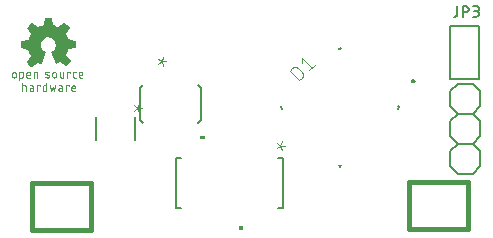
<source format=gbr>
G04 EAGLE Gerber RS-274X export*
G75*
%MOMM*%
%FSLAX34Y34*%
%LPD*%
%INSilkscreen Top*%
%IPPOS*%
%AMOC8*
5,1,8,0,0,1.08239X$1,22.5*%
G01*
%ADD10C,0.050800*%
%ADD11C,0.200000*%
%ADD12C,0.127000*%
%ADD13C,0.152400*%
%ADD14C,0.076200*%
%ADD15C,0.406400*%
%ADD16C,0.203200*%
%ADD17C,0.101600*%

G36*
X12519Y145269D02*
X12519Y145269D01*
X12572Y145268D01*
X12595Y145279D01*
X12606Y145281D01*
X12616Y145289D01*
X12646Y145303D01*
X17727Y148773D01*
X20514Y147319D01*
X20547Y147313D01*
X20577Y147297D01*
X20615Y147299D01*
X20652Y147292D01*
X20684Y147304D01*
X20717Y147306D01*
X20748Y147328D01*
X20784Y147342D01*
X20804Y147369D01*
X20831Y147389D01*
X20864Y147450D01*
X20868Y147455D01*
X20868Y147457D01*
X20870Y147460D01*
X24426Y157620D01*
X24430Y157690D01*
X24434Y157760D01*
X24434Y157761D01*
X24400Y157821D01*
X24366Y157883D01*
X24365Y157884D01*
X24363Y157885D01*
X24300Y157930D01*
X23062Y158550D01*
X22007Y159403D01*
X21848Y159601D01*
X21158Y160462D01*
X20556Y161678D01*
X20229Y162995D01*
X20191Y164352D01*
X20444Y165685D01*
X20977Y166933D01*
X21765Y168038D01*
X22771Y168949D01*
X23949Y169623D01*
X25243Y170030D01*
X26596Y170149D01*
X27904Y169989D01*
X29152Y169565D01*
X30288Y168895D01*
X31264Y168007D01*
X32037Y166940D01*
X32577Y165737D01*
X32861Y164449D01*
X32875Y163131D01*
X32621Y161837D01*
X32108Y160622D01*
X31358Y159537D01*
X30403Y158628D01*
X29261Y157919D01*
X29218Y157872D01*
X29173Y157827D01*
X29171Y157820D01*
X29166Y157815D01*
X29155Y157752D01*
X29141Y157690D01*
X29143Y157681D01*
X29142Y157676D01*
X29146Y157666D01*
X29159Y157610D01*
X33096Y147704D01*
X33107Y147690D01*
X33111Y147673D01*
X33149Y147636D01*
X33182Y147593D01*
X33199Y147587D01*
X33212Y147575D01*
X33264Y147564D01*
X33315Y147545D01*
X33332Y147549D01*
X33349Y147545D01*
X33428Y147564D01*
X34952Y148199D01*
X34962Y148207D01*
X34995Y148222D01*
X36376Y149142D01*
X41314Y145686D01*
X41367Y145668D01*
X41417Y145643D01*
X41432Y145645D01*
X41447Y145640D01*
X41501Y145653D01*
X41557Y145659D01*
X41575Y145671D01*
X41584Y145673D01*
X41593Y145682D01*
X41626Y145702D01*
X42642Y146591D01*
X42645Y146596D01*
X42654Y146603D01*
X43543Y147492D01*
X43546Y147496D01*
X43553Y147503D01*
X44569Y148646D01*
X44572Y148651D01*
X44580Y148659D01*
X45469Y149802D01*
X45487Y149846D01*
X45512Y149887D01*
X45512Y149910D01*
X45521Y149932D01*
X45512Y149980D01*
X45512Y150028D01*
X45497Y150059D01*
X45495Y150071D01*
X45488Y150079D01*
X45477Y150101D01*
X41886Y155302D01*
X42694Y156687D01*
X42697Y156700D01*
X42715Y156735D01*
X43223Y158259D01*
X43224Y158266D01*
X43229Y158278D01*
X43697Y160151D01*
X49760Y161265D01*
X49816Y161293D01*
X49874Y161318D01*
X49879Y161324D01*
X49886Y161328D01*
X49919Y161382D01*
X49954Y161434D01*
X49956Y161444D01*
X49959Y161449D01*
X49958Y161460D01*
X49967Y161514D01*
X49967Y164435D01*
X49965Y164442D01*
X49966Y164458D01*
X49839Y165855D01*
X49839Y165856D01*
X49839Y165857D01*
X49712Y167127D01*
X49693Y167175D01*
X49682Y167224D01*
X49667Y167239D01*
X49660Y167258D01*
X49618Y167288D01*
X49582Y167324D01*
X49555Y167334D01*
X49545Y167340D01*
X49534Y167341D01*
X49506Y167351D01*
X43434Y168466D01*
X42971Y169970D01*
X42966Y169979D01*
X42960Y170001D01*
X42325Y171398D01*
X42319Y171404D01*
X42313Y171421D01*
X41428Y172938D01*
X41373Y173048D01*
X44840Y177876D01*
X44857Y177925D01*
X44882Y177971D01*
X44880Y177991D01*
X44887Y178009D01*
X44875Y178060D01*
X44872Y178111D01*
X44858Y178135D01*
X44856Y178147D01*
X44847Y178155D01*
X44832Y178182D01*
X43816Y179452D01*
X43808Y179457D01*
X43797Y179473D01*
X42527Y180743D01*
X42522Y180746D01*
X42515Y180755D01*
X41499Y181644D01*
X41491Y181647D01*
X41479Y181659D01*
X40590Y182294D01*
X40548Y182309D01*
X40511Y182332D01*
X40483Y182332D01*
X40457Y182341D01*
X40414Y182331D01*
X40370Y182330D01*
X40332Y182312D01*
X40320Y182309D01*
X40314Y182303D01*
X40297Y182295D01*
X35220Y178704D01*
X34216Y179261D01*
X34209Y179263D01*
X34196Y179271D01*
X31910Y180287D01*
X31897Y180289D01*
X31862Y180303D01*
X30883Y180521D01*
X29770Y186579D01*
X29746Y186626D01*
X29730Y186676D01*
X29715Y186688D01*
X29707Y186705D01*
X29662Y186732D01*
X29621Y186766D01*
X29596Y186772D01*
X29586Y186778D01*
X29574Y186777D01*
X29542Y186785D01*
X28018Y186912D01*
X28011Y186911D01*
X27997Y186913D01*
X25076Y186913D01*
X25068Y186911D01*
X25051Y186912D01*
X23781Y186785D01*
X23732Y186765D01*
X23680Y186753D01*
X23667Y186739D01*
X23650Y186733D01*
X23619Y186690D01*
X23582Y186652D01*
X23574Y186627D01*
X23568Y186618D01*
X23567Y186606D01*
X23556Y186575D01*
X22565Y180629D01*
X20805Y180042D01*
X20801Y180039D01*
X20791Y180037D01*
X19521Y179529D01*
X19513Y179523D01*
X19489Y179514D01*
X17853Y178579D01*
X12906Y182166D01*
X12858Y182183D01*
X12813Y182208D01*
X12793Y182207D01*
X12773Y182214D01*
X12723Y182203D01*
X12673Y182200D01*
X12647Y182186D01*
X12635Y182183D01*
X12627Y182175D01*
X12602Y182161D01*
X11459Y181272D01*
X11453Y181264D01*
X11435Y181251D01*
X10165Y179981D01*
X10162Y179977D01*
X10155Y179970D01*
X9143Y178833D01*
X8514Y178203D01*
X8484Y178148D01*
X8450Y178096D01*
X8450Y178087D01*
X8446Y178080D01*
X8450Y178017D01*
X8449Y177955D01*
X8454Y177945D01*
X8454Y177939D01*
X8461Y177930D01*
X8484Y177881D01*
X11948Y172808D01*
X11270Y171677D01*
X11268Y171669D01*
X11257Y171653D01*
X10495Y170002D01*
X10493Y169990D01*
X10481Y169963D01*
X10104Y168583D01*
X9785Y167838D01*
X3699Y166844D01*
X3640Y166816D01*
X3580Y166790D01*
X3577Y166786D01*
X3572Y166783D01*
X3537Y166728D01*
X3500Y166674D01*
X3499Y166667D01*
X3497Y166664D01*
X3497Y166655D01*
X3487Y166594D01*
X3487Y161006D01*
X3505Y160943D01*
X3521Y160880D01*
X3524Y160876D01*
X3526Y160871D01*
X3575Y160827D01*
X3622Y160782D01*
X3629Y160780D01*
X3631Y160777D01*
X3640Y160776D01*
X3699Y160756D01*
X9764Y159766D01*
X10228Y158142D01*
X10228Y158141D01*
X10228Y158139D01*
X10609Y156869D01*
X10616Y156859D01*
X10626Y156829D01*
X11134Y155813D01*
X11137Y155809D01*
X11141Y155798D01*
X11947Y154417D01*
X8361Y149471D01*
X8341Y149415D01*
X8316Y149362D01*
X8318Y149350D01*
X8313Y149338D01*
X8325Y149284D01*
X8325Y149280D01*
X8327Y149275D01*
X8333Y149222D01*
X8342Y149208D01*
X8344Y149200D01*
X8353Y149191D01*
X8377Y149154D01*
X9393Y148011D01*
X9397Y148008D01*
X9403Y148000D01*
X10292Y147111D01*
X10296Y147108D01*
X10303Y147101D01*
X11446Y146085D01*
X11447Y146084D01*
X11449Y146082D01*
X12338Y145320D01*
X12387Y145298D01*
X12431Y145269D01*
X12450Y145269D01*
X12466Y145261D01*
X12519Y145269D01*
G37*
G36*
X159157Y83903D02*
X159157Y83903D01*
X159159Y83902D01*
X159202Y83922D01*
X159246Y83940D01*
X159246Y83942D01*
X159248Y83943D01*
X159281Y84028D01*
X159281Y86568D01*
X159280Y86570D01*
X159281Y86572D01*
X159261Y86615D01*
X159243Y86659D01*
X159241Y86659D01*
X159240Y86661D01*
X159155Y86694D01*
X155345Y86694D01*
X155343Y86693D01*
X155341Y86694D01*
X155298Y86674D01*
X155254Y86656D01*
X155254Y86654D01*
X155252Y86653D01*
X155219Y86568D01*
X155219Y84028D01*
X155220Y84026D01*
X155219Y84024D01*
X155239Y83981D01*
X155257Y83937D01*
X155259Y83937D01*
X155260Y83935D01*
X155345Y83902D01*
X159155Y83902D01*
X159157Y83903D01*
G37*
G36*
X191657Y7307D02*
X191657Y7307D01*
X191659Y7306D01*
X191702Y7326D01*
X191746Y7344D01*
X191746Y7346D01*
X191748Y7347D01*
X191781Y7432D01*
X191781Y9972D01*
X191780Y9974D01*
X191781Y9976D01*
X191761Y10019D01*
X191743Y10063D01*
X191741Y10063D01*
X191740Y10065D01*
X191655Y10098D01*
X187845Y10098D01*
X187843Y10097D01*
X187841Y10098D01*
X187798Y10078D01*
X187754Y10060D01*
X187754Y10058D01*
X187752Y10057D01*
X187719Y9972D01*
X187719Y7432D01*
X187720Y7430D01*
X187719Y7428D01*
X187739Y7385D01*
X187757Y7341D01*
X187759Y7341D01*
X187760Y7339D01*
X187845Y7306D01*
X191655Y7306D01*
X191657Y7307D01*
G37*
D10*
X-4069Y137694D02*
X-4069Y139275D01*
X-4068Y139275D02*
X-4066Y139354D01*
X-4060Y139432D01*
X-4050Y139510D01*
X-4037Y139588D01*
X-4019Y139665D01*
X-3998Y139741D01*
X-3973Y139815D01*
X-3944Y139889D01*
X-3912Y139961D01*
X-3876Y140031D01*
X-3836Y140099D01*
X-3793Y140165D01*
X-3747Y140229D01*
X-3698Y140291D01*
X-3646Y140350D01*
X-3591Y140406D01*
X-3533Y140460D01*
X-3473Y140510D01*
X-3410Y140558D01*
X-3345Y140602D01*
X-3278Y140643D01*
X-3209Y140681D01*
X-3138Y140715D01*
X-3065Y140746D01*
X-2991Y140773D01*
X-2916Y140796D01*
X-2840Y140815D01*
X-2762Y140831D01*
X-2684Y140843D01*
X-2606Y140851D01*
X-2527Y140855D01*
X-2449Y140855D01*
X-2370Y140851D01*
X-2292Y140843D01*
X-2214Y140831D01*
X-2136Y140815D01*
X-2060Y140796D01*
X-1985Y140773D01*
X-1911Y140746D01*
X-1838Y140715D01*
X-1767Y140681D01*
X-1698Y140643D01*
X-1631Y140602D01*
X-1566Y140558D01*
X-1503Y140510D01*
X-1443Y140460D01*
X-1385Y140406D01*
X-1330Y140350D01*
X-1278Y140291D01*
X-1229Y140229D01*
X-1183Y140165D01*
X-1140Y140099D01*
X-1100Y140031D01*
X-1064Y139961D01*
X-1032Y139889D01*
X-1003Y139815D01*
X-978Y139741D01*
X-957Y139665D01*
X-939Y139588D01*
X-926Y139510D01*
X-916Y139432D01*
X-910Y139354D01*
X-908Y139275D01*
X-908Y137694D01*
X-910Y137615D01*
X-916Y137537D01*
X-926Y137459D01*
X-939Y137381D01*
X-957Y137304D01*
X-978Y137228D01*
X-1003Y137154D01*
X-1032Y137080D01*
X-1064Y137008D01*
X-1100Y136938D01*
X-1140Y136870D01*
X-1183Y136804D01*
X-1229Y136740D01*
X-1278Y136678D01*
X-1330Y136619D01*
X-1385Y136563D01*
X-1443Y136509D01*
X-1503Y136459D01*
X-1566Y136411D01*
X-1631Y136367D01*
X-1698Y136326D01*
X-1767Y136288D01*
X-1838Y136254D01*
X-1911Y136223D01*
X-1985Y136196D01*
X-2060Y136173D01*
X-2136Y136154D01*
X-2214Y136138D01*
X-2292Y136126D01*
X-2370Y136118D01*
X-2449Y136114D01*
X-2527Y136114D01*
X-2606Y136118D01*
X-2684Y136126D01*
X-2762Y136138D01*
X-2840Y136154D01*
X-2916Y136173D01*
X-2991Y136196D01*
X-3065Y136223D01*
X-3138Y136254D01*
X-3209Y136288D01*
X-3278Y136326D01*
X-3345Y136367D01*
X-3410Y136411D01*
X-3473Y136459D01*
X-3533Y136509D01*
X-3591Y136563D01*
X-3646Y136619D01*
X-3698Y136678D01*
X-3747Y136740D01*
X-3793Y136804D01*
X-3836Y136870D01*
X-3876Y136938D01*
X-3912Y137008D01*
X-3944Y137080D01*
X-3973Y137154D01*
X-3998Y137228D01*
X-4019Y137304D01*
X-4037Y137381D01*
X-4050Y137459D01*
X-4060Y137537D01*
X-4066Y137615D01*
X-4068Y137694D01*
X2136Y140855D02*
X2136Y133743D01*
X2136Y140855D02*
X4111Y140855D01*
X4177Y140853D01*
X4244Y140848D01*
X4309Y140838D01*
X4375Y140825D01*
X4439Y140809D01*
X4502Y140789D01*
X4564Y140765D01*
X4625Y140738D01*
X4684Y140707D01*
X4741Y140673D01*
X4797Y140636D01*
X4850Y140596D01*
X4901Y140554D01*
X4949Y140508D01*
X4995Y140460D01*
X5037Y140409D01*
X5077Y140356D01*
X5114Y140300D01*
X5148Y140243D01*
X5179Y140184D01*
X5206Y140124D01*
X5229Y140061D01*
X5250Y139998D01*
X5266Y139934D01*
X5279Y139869D01*
X5289Y139803D01*
X5294Y139736D01*
X5296Y139670D01*
X5297Y139670D02*
X5297Y137299D01*
X5296Y137299D02*
X5294Y137233D01*
X5289Y137166D01*
X5279Y137101D01*
X5266Y137035D01*
X5250Y136971D01*
X5230Y136908D01*
X5206Y136846D01*
X5179Y136785D01*
X5148Y136726D01*
X5114Y136669D01*
X5077Y136613D01*
X5037Y136560D01*
X4995Y136509D01*
X4949Y136461D01*
X4901Y136415D01*
X4850Y136373D01*
X4797Y136333D01*
X4741Y136296D01*
X4684Y136262D01*
X4625Y136231D01*
X4564Y136204D01*
X4502Y136180D01*
X4439Y136160D01*
X4375Y136144D01*
X4309Y136131D01*
X4244Y136121D01*
X4177Y136116D01*
X4111Y136114D01*
X2136Y136114D01*
X9232Y136114D02*
X11208Y136114D01*
X9232Y136114D02*
X9166Y136116D01*
X9099Y136121D01*
X9034Y136131D01*
X8968Y136144D01*
X8904Y136160D01*
X8841Y136180D01*
X8779Y136204D01*
X8718Y136231D01*
X8659Y136262D01*
X8602Y136296D01*
X8546Y136333D01*
X8493Y136373D01*
X8442Y136415D01*
X8394Y136461D01*
X8348Y136509D01*
X8306Y136560D01*
X8266Y136613D01*
X8229Y136669D01*
X8195Y136726D01*
X8164Y136785D01*
X8137Y136846D01*
X8113Y136908D01*
X8093Y136971D01*
X8077Y137035D01*
X8064Y137101D01*
X8054Y137166D01*
X8049Y137233D01*
X8047Y137299D01*
X8047Y139275D01*
X8048Y139275D02*
X8050Y139354D01*
X8056Y139432D01*
X8066Y139510D01*
X8079Y139588D01*
X8097Y139665D01*
X8118Y139741D01*
X8143Y139815D01*
X8172Y139889D01*
X8204Y139961D01*
X8240Y140031D01*
X8280Y140099D01*
X8323Y140165D01*
X8369Y140229D01*
X8418Y140291D01*
X8470Y140350D01*
X8525Y140406D01*
X8583Y140460D01*
X8643Y140510D01*
X8706Y140558D01*
X8771Y140602D01*
X8838Y140643D01*
X8907Y140681D01*
X8978Y140715D01*
X9051Y140746D01*
X9125Y140773D01*
X9200Y140796D01*
X9276Y140815D01*
X9354Y140831D01*
X9432Y140843D01*
X9510Y140851D01*
X9589Y140855D01*
X9667Y140855D01*
X9746Y140851D01*
X9824Y140843D01*
X9902Y140831D01*
X9980Y140815D01*
X10056Y140796D01*
X10131Y140773D01*
X10205Y140746D01*
X10278Y140715D01*
X10349Y140681D01*
X10418Y140643D01*
X10485Y140602D01*
X10550Y140558D01*
X10613Y140510D01*
X10673Y140460D01*
X10731Y140406D01*
X10786Y140350D01*
X10838Y140291D01*
X10887Y140229D01*
X10933Y140165D01*
X10976Y140099D01*
X11016Y140031D01*
X11052Y139961D01*
X11084Y139889D01*
X11113Y139815D01*
X11138Y139741D01*
X11159Y139665D01*
X11177Y139588D01*
X11190Y139510D01*
X11200Y139432D01*
X11206Y139354D01*
X11208Y139275D01*
X11208Y138485D01*
X8047Y138485D01*
X14219Y136114D02*
X14219Y140855D01*
X16195Y140855D01*
X16261Y140853D01*
X16328Y140848D01*
X16393Y140838D01*
X16459Y140825D01*
X16523Y140809D01*
X16586Y140789D01*
X16648Y140765D01*
X16709Y140738D01*
X16768Y140707D01*
X16825Y140673D01*
X16881Y140636D01*
X16934Y140596D01*
X16985Y140554D01*
X17033Y140508D01*
X17079Y140460D01*
X17121Y140409D01*
X17161Y140356D01*
X17198Y140300D01*
X17232Y140243D01*
X17263Y140184D01*
X17290Y140124D01*
X17313Y140061D01*
X17334Y139998D01*
X17350Y139934D01*
X17363Y139869D01*
X17373Y139803D01*
X17378Y139736D01*
X17380Y139670D01*
X17380Y136114D01*
X24642Y138880D02*
X26617Y138090D01*
X24642Y138880D02*
X24584Y138905D01*
X24528Y138934D01*
X24473Y138966D01*
X24421Y139002D01*
X24371Y139041D01*
X24324Y139082D01*
X24279Y139127D01*
X24237Y139174D01*
X24198Y139223D01*
X24162Y139275D01*
X24129Y139329D01*
X24100Y139385D01*
X24074Y139443D01*
X24052Y139502D01*
X24034Y139563D01*
X24019Y139624D01*
X24008Y139686D01*
X24001Y139749D01*
X23998Y139812D01*
X23999Y139875D01*
X24004Y139938D01*
X24012Y140001D01*
X24025Y140063D01*
X24041Y140124D01*
X24061Y140184D01*
X24084Y140242D01*
X24111Y140299D01*
X24142Y140354D01*
X24176Y140408D01*
X24213Y140459D01*
X24253Y140507D01*
X24296Y140554D01*
X24342Y140597D01*
X24391Y140637D01*
X24442Y140675D01*
X24495Y140709D01*
X24550Y140740D01*
X24607Y140767D01*
X24665Y140791D01*
X24725Y140811D01*
X24786Y140827D01*
X24848Y140840D01*
X24911Y140849D01*
X24973Y140854D01*
X25037Y140855D01*
X25037Y140856D02*
X25168Y140852D01*
X25299Y140844D01*
X25429Y140833D01*
X25559Y140818D01*
X25689Y140798D01*
X25818Y140776D01*
X25946Y140749D01*
X26074Y140719D01*
X26200Y140685D01*
X26326Y140647D01*
X26450Y140606D01*
X26573Y140561D01*
X26695Y140512D01*
X26815Y140460D01*
X26617Y138089D02*
X26675Y138064D01*
X26731Y138035D01*
X26786Y138003D01*
X26838Y137967D01*
X26888Y137928D01*
X26935Y137887D01*
X26980Y137842D01*
X27022Y137795D01*
X27061Y137746D01*
X27097Y137694D01*
X27130Y137640D01*
X27159Y137584D01*
X27185Y137526D01*
X27207Y137467D01*
X27225Y137406D01*
X27240Y137345D01*
X27251Y137283D01*
X27258Y137220D01*
X27261Y137157D01*
X27260Y137094D01*
X27255Y137031D01*
X27247Y136968D01*
X27234Y136906D01*
X27218Y136845D01*
X27198Y136785D01*
X27175Y136727D01*
X27148Y136670D01*
X27117Y136615D01*
X27083Y136561D01*
X27046Y136510D01*
X27006Y136462D01*
X26963Y136415D01*
X26917Y136372D01*
X26868Y136332D01*
X26817Y136294D01*
X26764Y136260D01*
X26709Y136229D01*
X26652Y136202D01*
X26594Y136178D01*
X26534Y136158D01*
X26473Y136142D01*
X26411Y136129D01*
X26348Y136120D01*
X26286Y136115D01*
X26222Y136114D01*
X26064Y136118D01*
X25906Y136126D01*
X25748Y136137D01*
X25590Y136153D01*
X25432Y136172D01*
X25276Y136195D01*
X25119Y136221D01*
X24964Y136251D01*
X24809Y136285D01*
X24655Y136323D01*
X24502Y136364D01*
X24350Y136409D01*
X24199Y136457D01*
X24049Y136509D01*
X29993Y137694D02*
X29993Y139275D01*
X29995Y139354D01*
X30001Y139432D01*
X30011Y139510D01*
X30024Y139588D01*
X30042Y139665D01*
X30063Y139741D01*
X30088Y139815D01*
X30117Y139889D01*
X30149Y139961D01*
X30185Y140031D01*
X30225Y140099D01*
X30268Y140165D01*
X30314Y140229D01*
X30363Y140291D01*
X30415Y140350D01*
X30470Y140406D01*
X30528Y140460D01*
X30588Y140510D01*
X30651Y140558D01*
X30716Y140602D01*
X30783Y140643D01*
X30852Y140681D01*
X30923Y140715D01*
X30996Y140746D01*
X31070Y140773D01*
X31145Y140796D01*
X31221Y140815D01*
X31299Y140831D01*
X31377Y140843D01*
X31455Y140851D01*
X31534Y140855D01*
X31612Y140855D01*
X31691Y140851D01*
X31769Y140843D01*
X31847Y140831D01*
X31925Y140815D01*
X32001Y140796D01*
X32076Y140773D01*
X32150Y140746D01*
X32223Y140715D01*
X32294Y140681D01*
X32363Y140643D01*
X32430Y140602D01*
X32495Y140558D01*
X32558Y140510D01*
X32618Y140460D01*
X32676Y140406D01*
X32731Y140350D01*
X32783Y140291D01*
X32832Y140229D01*
X32878Y140165D01*
X32921Y140099D01*
X32961Y140031D01*
X32997Y139961D01*
X33029Y139889D01*
X33058Y139815D01*
X33083Y139741D01*
X33104Y139665D01*
X33122Y139588D01*
X33135Y139510D01*
X33145Y139432D01*
X33151Y139354D01*
X33153Y139275D01*
X33153Y137694D01*
X33151Y137615D01*
X33145Y137537D01*
X33135Y137459D01*
X33122Y137381D01*
X33104Y137304D01*
X33083Y137228D01*
X33058Y137154D01*
X33029Y137080D01*
X32997Y137008D01*
X32961Y136938D01*
X32921Y136870D01*
X32878Y136804D01*
X32832Y136740D01*
X32783Y136678D01*
X32731Y136619D01*
X32676Y136563D01*
X32618Y136509D01*
X32558Y136459D01*
X32495Y136411D01*
X32430Y136367D01*
X32363Y136326D01*
X32294Y136288D01*
X32223Y136254D01*
X32150Y136223D01*
X32076Y136196D01*
X32001Y136173D01*
X31925Y136154D01*
X31847Y136138D01*
X31769Y136126D01*
X31691Y136118D01*
X31612Y136114D01*
X31534Y136114D01*
X31455Y136118D01*
X31377Y136126D01*
X31299Y136138D01*
X31221Y136154D01*
X31145Y136173D01*
X31070Y136196D01*
X30996Y136223D01*
X30923Y136254D01*
X30852Y136288D01*
X30783Y136326D01*
X30716Y136367D01*
X30651Y136411D01*
X30588Y136459D01*
X30528Y136509D01*
X30470Y136563D01*
X30415Y136619D01*
X30363Y136678D01*
X30314Y136740D01*
X30268Y136804D01*
X30225Y136870D01*
X30185Y136938D01*
X30149Y137008D01*
X30117Y137080D01*
X30088Y137154D01*
X30063Y137228D01*
X30042Y137304D01*
X30024Y137381D01*
X30011Y137459D01*
X30001Y137537D01*
X29995Y137615D01*
X29993Y137694D01*
X36165Y137299D02*
X36165Y140855D01*
X36165Y137299D02*
X36167Y137233D01*
X36172Y137166D01*
X36182Y137101D01*
X36195Y137035D01*
X36211Y136971D01*
X36231Y136908D01*
X36255Y136846D01*
X36282Y136785D01*
X36313Y136726D01*
X36347Y136669D01*
X36384Y136613D01*
X36424Y136560D01*
X36466Y136509D01*
X36512Y136461D01*
X36560Y136415D01*
X36611Y136373D01*
X36664Y136333D01*
X36720Y136296D01*
X36777Y136262D01*
X36836Y136231D01*
X36897Y136204D01*
X36959Y136180D01*
X37022Y136160D01*
X37086Y136144D01*
X37152Y136131D01*
X37217Y136121D01*
X37284Y136116D01*
X37350Y136114D01*
X39326Y136114D01*
X39326Y140855D01*
X42602Y140855D02*
X42602Y136114D01*
X42602Y140855D02*
X44973Y140855D01*
X44973Y140065D01*
X48330Y136114D02*
X49910Y136114D01*
X48330Y136114D02*
X48264Y136116D01*
X48197Y136121D01*
X48132Y136131D01*
X48066Y136144D01*
X48002Y136160D01*
X47939Y136180D01*
X47877Y136204D01*
X47816Y136231D01*
X47757Y136262D01*
X47700Y136296D01*
X47644Y136333D01*
X47591Y136373D01*
X47540Y136415D01*
X47492Y136461D01*
X47446Y136509D01*
X47404Y136560D01*
X47364Y136613D01*
X47327Y136669D01*
X47293Y136726D01*
X47262Y136785D01*
X47235Y136846D01*
X47211Y136908D01*
X47191Y136971D01*
X47175Y137035D01*
X47162Y137101D01*
X47152Y137166D01*
X47147Y137233D01*
X47145Y137299D01*
X47145Y139670D01*
X47147Y139736D01*
X47152Y139803D01*
X47162Y139868D01*
X47175Y139934D01*
X47191Y139998D01*
X47211Y140061D01*
X47235Y140123D01*
X47262Y140184D01*
X47293Y140243D01*
X47327Y140300D01*
X47364Y140356D01*
X47404Y140409D01*
X47446Y140460D01*
X47492Y140508D01*
X47540Y140554D01*
X47591Y140596D01*
X47644Y140636D01*
X47700Y140673D01*
X47757Y140707D01*
X47816Y140738D01*
X47877Y140765D01*
X47939Y140789D01*
X48002Y140809D01*
X48066Y140825D01*
X48132Y140838D01*
X48197Y140848D01*
X48264Y140853D01*
X48330Y140855D01*
X49910Y140855D01*
X53580Y136114D02*
X55556Y136114D01*
X53580Y136114D02*
X53514Y136116D01*
X53447Y136121D01*
X53382Y136131D01*
X53316Y136144D01*
X53252Y136160D01*
X53189Y136180D01*
X53127Y136204D01*
X53066Y136231D01*
X53007Y136262D01*
X52950Y136296D01*
X52894Y136333D01*
X52841Y136373D01*
X52790Y136415D01*
X52742Y136461D01*
X52696Y136509D01*
X52654Y136560D01*
X52614Y136613D01*
X52577Y136669D01*
X52543Y136726D01*
X52512Y136785D01*
X52485Y136846D01*
X52461Y136908D01*
X52441Y136971D01*
X52425Y137035D01*
X52412Y137101D01*
X52402Y137166D01*
X52397Y137233D01*
X52395Y137299D01*
X52395Y139275D01*
X52396Y139275D02*
X52398Y139354D01*
X52404Y139432D01*
X52414Y139510D01*
X52427Y139588D01*
X52445Y139665D01*
X52466Y139741D01*
X52491Y139815D01*
X52520Y139889D01*
X52552Y139961D01*
X52588Y140031D01*
X52628Y140099D01*
X52671Y140165D01*
X52717Y140229D01*
X52766Y140291D01*
X52818Y140350D01*
X52873Y140406D01*
X52931Y140460D01*
X52991Y140510D01*
X53054Y140558D01*
X53119Y140602D01*
X53186Y140643D01*
X53255Y140681D01*
X53326Y140715D01*
X53399Y140746D01*
X53473Y140773D01*
X53548Y140796D01*
X53624Y140815D01*
X53702Y140831D01*
X53780Y140843D01*
X53858Y140851D01*
X53937Y140855D01*
X54015Y140855D01*
X54094Y140851D01*
X54172Y140843D01*
X54250Y140831D01*
X54328Y140815D01*
X54404Y140796D01*
X54479Y140773D01*
X54553Y140746D01*
X54626Y140715D01*
X54697Y140681D01*
X54766Y140643D01*
X54833Y140602D01*
X54898Y140558D01*
X54961Y140510D01*
X55021Y140460D01*
X55079Y140406D01*
X55134Y140350D01*
X55186Y140291D01*
X55235Y140229D01*
X55281Y140165D01*
X55324Y140099D01*
X55364Y140031D01*
X55400Y139961D01*
X55432Y139889D01*
X55461Y139815D01*
X55486Y139741D01*
X55507Y139665D01*
X55525Y139588D01*
X55538Y139510D01*
X55548Y139432D01*
X55554Y139354D01*
X55556Y139275D01*
X55556Y138485D01*
X52395Y138485D01*
X4618Y131796D02*
X4618Y124684D01*
X4618Y129425D02*
X6594Y129425D01*
X6660Y129423D01*
X6727Y129418D01*
X6792Y129408D01*
X6858Y129395D01*
X6922Y129379D01*
X6985Y129359D01*
X7047Y129335D01*
X7108Y129308D01*
X7167Y129277D01*
X7224Y129243D01*
X7280Y129206D01*
X7333Y129166D01*
X7384Y129124D01*
X7432Y129078D01*
X7478Y129030D01*
X7520Y128979D01*
X7560Y128926D01*
X7597Y128870D01*
X7631Y128813D01*
X7662Y128754D01*
X7689Y128694D01*
X7712Y128631D01*
X7733Y128568D01*
X7749Y128504D01*
X7762Y128439D01*
X7772Y128373D01*
X7777Y128306D01*
X7779Y128240D01*
X7779Y124684D01*
X12141Y127450D02*
X13919Y127450D01*
X12141Y127450D02*
X12067Y127448D01*
X11994Y127442D01*
X11921Y127432D01*
X11849Y127419D01*
X11777Y127401D01*
X11707Y127380D01*
X11637Y127355D01*
X11570Y127326D01*
X11503Y127294D01*
X11439Y127259D01*
X11376Y127219D01*
X11316Y127177D01*
X11258Y127132D01*
X11203Y127083D01*
X11150Y127032D01*
X11100Y126978D01*
X11053Y126921D01*
X11009Y126862D01*
X10969Y126801D01*
X10931Y126737D01*
X10897Y126672D01*
X10867Y126605D01*
X10840Y126536D01*
X10817Y126466D01*
X10798Y126395D01*
X10782Y126323D01*
X10770Y126251D01*
X10762Y126177D01*
X10758Y126104D01*
X10758Y126030D01*
X10762Y125957D01*
X10770Y125883D01*
X10782Y125811D01*
X10798Y125739D01*
X10817Y125668D01*
X10840Y125598D01*
X10867Y125529D01*
X10897Y125462D01*
X10931Y125397D01*
X10969Y125333D01*
X11009Y125272D01*
X11053Y125213D01*
X11100Y125156D01*
X11150Y125102D01*
X11203Y125051D01*
X11258Y125002D01*
X11316Y124957D01*
X11376Y124915D01*
X11439Y124875D01*
X11503Y124840D01*
X11570Y124808D01*
X11637Y124779D01*
X11707Y124754D01*
X11777Y124733D01*
X11849Y124715D01*
X11921Y124702D01*
X11994Y124692D01*
X12067Y124686D01*
X12141Y124684D01*
X13919Y124684D01*
X13919Y128240D01*
X13918Y128240D02*
X13916Y128306D01*
X13911Y128373D01*
X13901Y128438D01*
X13888Y128504D01*
X13872Y128568D01*
X13852Y128631D01*
X13828Y128693D01*
X13801Y128754D01*
X13770Y128813D01*
X13736Y128870D01*
X13699Y128926D01*
X13659Y128979D01*
X13617Y129030D01*
X13571Y129078D01*
X13523Y129124D01*
X13472Y129166D01*
X13419Y129206D01*
X13363Y129243D01*
X13306Y129277D01*
X13247Y129308D01*
X13186Y129335D01*
X13124Y129359D01*
X13061Y129379D01*
X12997Y129395D01*
X12931Y129408D01*
X12866Y129418D01*
X12799Y129423D01*
X12733Y129425D01*
X11153Y129425D01*
X17228Y129425D02*
X17228Y124684D01*
X17228Y129425D02*
X19598Y129425D01*
X19598Y128635D01*
X24891Y131796D02*
X24891Y124684D01*
X22916Y124684D01*
X22850Y124686D01*
X22783Y124691D01*
X22718Y124701D01*
X22652Y124714D01*
X22588Y124730D01*
X22525Y124750D01*
X22463Y124774D01*
X22402Y124801D01*
X22343Y124832D01*
X22286Y124866D01*
X22230Y124903D01*
X22177Y124943D01*
X22126Y124985D01*
X22078Y125031D01*
X22032Y125079D01*
X21990Y125130D01*
X21950Y125183D01*
X21913Y125239D01*
X21879Y125296D01*
X21848Y125355D01*
X21821Y125416D01*
X21797Y125478D01*
X21777Y125541D01*
X21761Y125605D01*
X21748Y125671D01*
X21738Y125736D01*
X21733Y125803D01*
X21731Y125869D01*
X21731Y128240D01*
X21733Y128306D01*
X21738Y128373D01*
X21748Y128438D01*
X21761Y128504D01*
X21777Y128568D01*
X21797Y128631D01*
X21821Y128693D01*
X21848Y128754D01*
X21879Y128813D01*
X21913Y128870D01*
X21950Y128926D01*
X21990Y128979D01*
X22032Y129030D01*
X22078Y129078D01*
X22126Y129124D01*
X22177Y129166D01*
X22230Y129206D01*
X22286Y129243D01*
X22343Y129277D01*
X22402Y129308D01*
X22463Y129335D01*
X22525Y129359D01*
X22588Y129379D01*
X22652Y129395D01*
X22718Y129408D01*
X22783Y129418D01*
X22850Y129423D01*
X22916Y129425D01*
X24891Y129425D01*
X27831Y129425D02*
X29016Y124684D01*
X30201Y127845D01*
X31387Y124684D01*
X32572Y129425D01*
X36601Y127450D02*
X38379Y127450D01*
X36601Y127450D02*
X36527Y127448D01*
X36454Y127442D01*
X36381Y127432D01*
X36309Y127419D01*
X36237Y127401D01*
X36167Y127380D01*
X36097Y127355D01*
X36030Y127326D01*
X35963Y127294D01*
X35899Y127259D01*
X35836Y127219D01*
X35776Y127177D01*
X35718Y127132D01*
X35663Y127083D01*
X35610Y127032D01*
X35560Y126978D01*
X35513Y126921D01*
X35469Y126862D01*
X35429Y126801D01*
X35391Y126737D01*
X35357Y126672D01*
X35327Y126605D01*
X35300Y126536D01*
X35277Y126466D01*
X35258Y126395D01*
X35242Y126323D01*
X35230Y126251D01*
X35222Y126177D01*
X35218Y126104D01*
X35218Y126030D01*
X35222Y125957D01*
X35230Y125883D01*
X35242Y125811D01*
X35258Y125739D01*
X35277Y125668D01*
X35300Y125598D01*
X35327Y125529D01*
X35357Y125462D01*
X35391Y125397D01*
X35429Y125333D01*
X35469Y125272D01*
X35513Y125213D01*
X35560Y125156D01*
X35610Y125102D01*
X35663Y125051D01*
X35718Y125002D01*
X35776Y124957D01*
X35836Y124915D01*
X35899Y124875D01*
X35963Y124840D01*
X36030Y124808D01*
X36097Y124779D01*
X36167Y124754D01*
X36237Y124733D01*
X36309Y124715D01*
X36381Y124702D01*
X36454Y124692D01*
X36527Y124686D01*
X36601Y124684D01*
X38379Y124684D01*
X38379Y128240D01*
X38378Y128240D02*
X38376Y128306D01*
X38371Y128373D01*
X38361Y128438D01*
X38348Y128504D01*
X38332Y128568D01*
X38312Y128631D01*
X38288Y128693D01*
X38261Y128754D01*
X38230Y128813D01*
X38196Y128870D01*
X38159Y128926D01*
X38119Y128979D01*
X38077Y129030D01*
X38031Y129078D01*
X37983Y129124D01*
X37932Y129166D01*
X37879Y129206D01*
X37823Y129243D01*
X37766Y129277D01*
X37707Y129308D01*
X37646Y129335D01*
X37584Y129359D01*
X37521Y129379D01*
X37457Y129395D01*
X37391Y129408D01*
X37326Y129418D01*
X37259Y129423D01*
X37193Y129425D01*
X35613Y129425D01*
X41688Y129425D02*
X41688Y124684D01*
X41688Y129425D02*
X44058Y129425D01*
X44058Y128635D01*
X47408Y124684D02*
X49384Y124684D01*
X47408Y124684D02*
X47342Y124686D01*
X47275Y124691D01*
X47210Y124701D01*
X47144Y124714D01*
X47080Y124730D01*
X47017Y124750D01*
X46955Y124774D01*
X46894Y124801D01*
X46835Y124832D01*
X46778Y124866D01*
X46722Y124903D01*
X46669Y124943D01*
X46618Y124985D01*
X46570Y125031D01*
X46524Y125079D01*
X46482Y125130D01*
X46442Y125183D01*
X46405Y125239D01*
X46371Y125296D01*
X46340Y125355D01*
X46313Y125416D01*
X46289Y125478D01*
X46269Y125541D01*
X46253Y125605D01*
X46240Y125671D01*
X46230Y125736D01*
X46225Y125803D01*
X46223Y125869D01*
X46223Y127845D01*
X46225Y127924D01*
X46231Y128002D01*
X46241Y128080D01*
X46254Y128158D01*
X46272Y128235D01*
X46293Y128311D01*
X46318Y128385D01*
X46347Y128459D01*
X46379Y128531D01*
X46415Y128601D01*
X46455Y128669D01*
X46498Y128735D01*
X46544Y128799D01*
X46593Y128861D01*
X46645Y128920D01*
X46700Y128976D01*
X46758Y129030D01*
X46818Y129080D01*
X46881Y129128D01*
X46946Y129172D01*
X47013Y129213D01*
X47082Y129251D01*
X47153Y129285D01*
X47226Y129316D01*
X47300Y129343D01*
X47375Y129366D01*
X47451Y129385D01*
X47529Y129401D01*
X47607Y129413D01*
X47685Y129421D01*
X47764Y129425D01*
X47842Y129425D01*
X47921Y129421D01*
X47999Y129413D01*
X48077Y129401D01*
X48155Y129385D01*
X48231Y129366D01*
X48306Y129343D01*
X48380Y129316D01*
X48453Y129285D01*
X48524Y129251D01*
X48593Y129213D01*
X48660Y129172D01*
X48725Y129128D01*
X48788Y129080D01*
X48848Y129030D01*
X48906Y128976D01*
X48961Y128920D01*
X49013Y128861D01*
X49062Y128799D01*
X49108Y128735D01*
X49151Y128669D01*
X49191Y128601D01*
X49227Y128531D01*
X49259Y128459D01*
X49288Y128385D01*
X49313Y128311D01*
X49334Y128235D01*
X49352Y128158D01*
X49365Y128080D01*
X49375Y128002D01*
X49381Y127924D01*
X49383Y127845D01*
X49384Y127845D02*
X49384Y127055D01*
X46223Y127055D01*
D11*
X334684Y133286D02*
X334686Y133349D01*
X334692Y133411D01*
X334702Y133473D01*
X334715Y133535D01*
X334733Y133595D01*
X334754Y133654D01*
X334779Y133712D01*
X334808Y133768D01*
X334840Y133822D01*
X334875Y133874D01*
X334913Y133923D01*
X334955Y133971D01*
X334999Y134015D01*
X335047Y134057D01*
X335096Y134095D01*
X335148Y134130D01*
X335202Y134162D01*
X335258Y134191D01*
X335316Y134216D01*
X335375Y134237D01*
X335435Y134255D01*
X335497Y134268D01*
X335559Y134278D01*
X335621Y134284D01*
X335684Y134286D01*
X335747Y134284D01*
X335809Y134278D01*
X335871Y134268D01*
X335933Y134255D01*
X335993Y134237D01*
X336052Y134216D01*
X336110Y134191D01*
X336166Y134162D01*
X336220Y134130D01*
X336272Y134095D01*
X336321Y134057D01*
X336369Y134015D01*
X336413Y133971D01*
X336455Y133923D01*
X336493Y133874D01*
X336528Y133822D01*
X336560Y133768D01*
X336589Y133712D01*
X336614Y133654D01*
X336635Y133595D01*
X336653Y133535D01*
X336666Y133473D01*
X336676Y133411D01*
X336682Y133349D01*
X336684Y133286D01*
X336682Y133223D01*
X336676Y133161D01*
X336666Y133099D01*
X336653Y133037D01*
X336635Y132977D01*
X336614Y132918D01*
X336589Y132860D01*
X336560Y132804D01*
X336528Y132750D01*
X336493Y132698D01*
X336455Y132649D01*
X336413Y132601D01*
X336369Y132557D01*
X336321Y132515D01*
X336272Y132477D01*
X336220Y132442D01*
X336166Y132410D01*
X336110Y132381D01*
X336052Y132356D01*
X335993Y132335D01*
X335933Y132317D01*
X335871Y132304D01*
X335809Y132294D01*
X335747Y132288D01*
X335684Y132286D01*
X335621Y132288D01*
X335559Y132294D01*
X335497Y132304D01*
X335435Y132317D01*
X335375Y132335D01*
X335316Y132356D01*
X335258Y132381D01*
X335202Y132410D01*
X335148Y132442D01*
X335096Y132477D01*
X335047Y132515D01*
X334999Y132557D01*
X334955Y132601D01*
X334913Y132649D01*
X334875Y132698D01*
X334840Y132750D01*
X334808Y132804D01*
X334779Y132860D01*
X334754Y132918D01*
X334733Y132977D01*
X334715Y133037D01*
X334702Y133099D01*
X334692Y133161D01*
X334686Y133223D01*
X334684Y133286D01*
D12*
X224491Y111896D02*
X223395Y110800D01*
X273600Y60595D02*
X274696Y61691D01*
X272504Y159909D02*
X273600Y161005D01*
X323805Y110800D02*
X322709Y109704D01*
X224491Y109704D02*
X223395Y110800D01*
X272504Y61691D02*
X273600Y60595D01*
X274696Y159909D02*
X273600Y161005D01*
X322709Y111896D02*
X323805Y110800D01*
D13*
X156208Y126862D02*
X153668Y129402D01*
X106932Y129402D02*
X104392Y126862D01*
X104392Y99938D01*
X106932Y97398D01*
X153668Y97398D02*
X156208Y99938D01*
X156208Y126862D01*
D14*
X126603Y149757D02*
X122624Y149757D01*
X119639Y147436D01*
X122624Y149757D02*
X119639Y152079D01*
X122624Y149757D02*
X123950Y146110D01*
X122624Y149757D02*
X123950Y153405D01*
D13*
X67244Y102752D02*
X67244Y83448D01*
X99756Y83448D02*
X99756Y102752D01*
D14*
X101986Y110407D02*
X105965Y110407D01*
X101986Y110407D02*
X99001Y108086D01*
X101986Y110407D02*
X99001Y112729D01*
X101986Y110407D02*
X103312Y106760D01*
X101986Y110407D02*
X103312Y114055D01*
D13*
X367100Y73550D02*
X367100Y60850D01*
X367100Y73550D02*
X373450Y79900D01*
X386150Y79900D01*
X392500Y73550D01*
X373450Y79900D02*
X367100Y86250D01*
X367100Y98950D01*
X373450Y105300D01*
X386150Y105300D01*
X392500Y98950D01*
X392500Y86250D01*
X386150Y79900D01*
X386150Y54500D02*
X373450Y54500D01*
X367100Y60850D01*
X386150Y54500D02*
X392500Y60850D01*
X392500Y73550D01*
X373450Y105300D02*
X367100Y111650D01*
X367100Y124350D01*
X373450Y130700D01*
X386150Y130700D01*
X392500Y124350D01*
X392500Y111650D01*
X386150Y105300D01*
D15*
X62800Y47100D02*
X12800Y47100D01*
X12800Y7100D01*
X62800Y7100D01*
X62800Y47100D01*
X331800Y7500D02*
X381800Y7500D01*
X381800Y47500D01*
X331800Y47500D01*
X331800Y7500D01*
D13*
X135042Y25664D02*
X135042Y68336D01*
X135042Y25664D02*
X139106Y25664D01*
X224958Y25664D02*
X224958Y68336D01*
X220894Y68336D01*
X139106Y68336D02*
X135042Y68336D01*
X220894Y25664D02*
X224958Y25664D01*
D14*
X223124Y78531D02*
X227103Y78531D01*
X223124Y78531D02*
X220139Y76210D01*
X223124Y78531D02*
X220139Y80853D01*
X223124Y78531D02*
X224450Y74884D01*
X223124Y78531D02*
X224450Y82179D01*
D16*
X366500Y134500D02*
X391500Y134500D01*
X366500Y134500D02*
X366500Y179500D01*
X391500Y179500D01*
X391500Y134500D01*
D13*
X372641Y189681D02*
X372641Y196398D01*
X372641Y189681D02*
X372639Y189595D01*
X372633Y189509D01*
X372624Y189423D01*
X372610Y189338D01*
X372593Y189254D01*
X372572Y189170D01*
X372547Y189088D01*
X372519Y189007D01*
X372487Y188927D01*
X372451Y188848D01*
X372412Y188772D01*
X372369Y188697D01*
X372324Y188624D01*
X372274Y188553D01*
X372222Y188485D01*
X372167Y188418D01*
X372109Y188355D01*
X372048Y188294D01*
X371985Y188236D01*
X371918Y188181D01*
X371850Y188128D01*
X371779Y188079D01*
X371706Y188034D01*
X371631Y187991D01*
X371555Y187952D01*
X371476Y187916D01*
X371396Y187884D01*
X371315Y187856D01*
X371232Y187831D01*
X371149Y187810D01*
X371065Y187793D01*
X370980Y187779D01*
X370894Y187770D01*
X370808Y187764D01*
X370722Y187762D01*
X369762Y187762D01*
X377738Y187762D02*
X377738Y196398D01*
X380137Y196398D01*
X380234Y196396D01*
X380330Y196390D01*
X380426Y196381D01*
X380522Y196367D01*
X380617Y196350D01*
X380711Y196328D01*
X380804Y196303D01*
X380897Y196275D01*
X380988Y196242D01*
X381077Y196206D01*
X381165Y196166D01*
X381252Y196123D01*
X381337Y196077D01*
X381419Y196027D01*
X381500Y195973D01*
X381578Y195917D01*
X381654Y195857D01*
X381728Y195795D01*
X381799Y195729D01*
X381867Y195661D01*
X381933Y195590D01*
X381995Y195516D01*
X382055Y195440D01*
X382111Y195362D01*
X382165Y195281D01*
X382215Y195198D01*
X382261Y195114D01*
X382304Y195027D01*
X382344Y194939D01*
X382380Y194850D01*
X382413Y194759D01*
X382441Y194666D01*
X382466Y194573D01*
X382488Y194479D01*
X382505Y194384D01*
X382519Y194288D01*
X382528Y194192D01*
X382534Y194096D01*
X382536Y193999D01*
X382534Y193902D01*
X382528Y193806D01*
X382519Y193710D01*
X382505Y193614D01*
X382488Y193519D01*
X382466Y193425D01*
X382441Y193332D01*
X382413Y193239D01*
X382380Y193148D01*
X382344Y193059D01*
X382304Y192971D01*
X382261Y192884D01*
X382215Y192800D01*
X382165Y192717D01*
X382111Y192636D01*
X382055Y192558D01*
X381995Y192482D01*
X381933Y192408D01*
X381867Y192337D01*
X381799Y192269D01*
X381728Y192203D01*
X381654Y192141D01*
X381578Y192081D01*
X381500Y192025D01*
X381419Y191971D01*
X381337Y191921D01*
X381252Y191875D01*
X381165Y191832D01*
X381077Y191792D01*
X380988Y191756D01*
X380897Y191723D01*
X380804Y191695D01*
X380711Y191670D01*
X380617Y191648D01*
X380522Y191631D01*
X380426Y191617D01*
X380330Y191608D01*
X380234Y191602D01*
X380137Y191600D01*
X377738Y191600D01*
X386382Y187762D02*
X388781Y187762D01*
X388878Y187764D01*
X388974Y187770D01*
X389070Y187779D01*
X389166Y187793D01*
X389261Y187810D01*
X389355Y187832D01*
X389448Y187857D01*
X389541Y187885D01*
X389632Y187918D01*
X389721Y187954D01*
X389809Y187994D01*
X389896Y188037D01*
X389981Y188083D01*
X390063Y188133D01*
X390144Y188187D01*
X390222Y188243D01*
X390298Y188303D01*
X390372Y188365D01*
X390443Y188431D01*
X390511Y188499D01*
X390577Y188570D01*
X390639Y188644D01*
X390699Y188720D01*
X390755Y188798D01*
X390809Y188879D01*
X390859Y188962D01*
X390905Y189046D01*
X390948Y189133D01*
X390988Y189221D01*
X391024Y189310D01*
X391057Y189401D01*
X391085Y189494D01*
X391110Y189587D01*
X391132Y189681D01*
X391149Y189776D01*
X391163Y189872D01*
X391172Y189968D01*
X391178Y190064D01*
X391180Y190161D01*
X391178Y190258D01*
X391172Y190354D01*
X391163Y190450D01*
X391149Y190546D01*
X391132Y190641D01*
X391110Y190735D01*
X391085Y190828D01*
X391057Y190921D01*
X391024Y191012D01*
X390988Y191101D01*
X390948Y191189D01*
X390905Y191276D01*
X390859Y191360D01*
X390809Y191443D01*
X390755Y191524D01*
X390699Y191602D01*
X390639Y191678D01*
X390577Y191752D01*
X390511Y191823D01*
X390443Y191891D01*
X390372Y191957D01*
X390298Y192019D01*
X390222Y192079D01*
X390144Y192135D01*
X390063Y192189D01*
X389981Y192239D01*
X389896Y192285D01*
X389809Y192328D01*
X389721Y192368D01*
X389632Y192404D01*
X389541Y192437D01*
X389448Y192465D01*
X389355Y192490D01*
X389261Y192512D01*
X389166Y192529D01*
X389070Y192543D01*
X388974Y192552D01*
X388878Y192558D01*
X388781Y192560D01*
X389261Y196398D02*
X386382Y196398D01*
X389261Y196398D02*
X389347Y196396D01*
X389433Y196390D01*
X389519Y196381D01*
X389604Y196367D01*
X389688Y196350D01*
X389772Y196329D01*
X389854Y196304D01*
X389935Y196276D01*
X390015Y196244D01*
X390094Y196208D01*
X390170Y196169D01*
X390245Y196126D01*
X390318Y196081D01*
X390389Y196032D01*
X390457Y195979D01*
X390524Y195924D01*
X390587Y195866D01*
X390648Y195805D01*
X390706Y195742D01*
X390761Y195675D01*
X390814Y195607D01*
X390863Y195536D01*
X390908Y195463D01*
X390951Y195388D01*
X390990Y195312D01*
X391026Y195233D01*
X391058Y195153D01*
X391086Y195072D01*
X391111Y194990D01*
X391132Y194906D01*
X391149Y194822D01*
X391163Y194737D01*
X391172Y194651D01*
X391178Y194565D01*
X391180Y194479D01*
X391178Y194393D01*
X391172Y194307D01*
X391163Y194221D01*
X391149Y194136D01*
X391132Y194052D01*
X391111Y193968D01*
X391086Y193886D01*
X391058Y193805D01*
X391026Y193725D01*
X390990Y193646D01*
X390951Y193570D01*
X390908Y193495D01*
X390863Y193422D01*
X390814Y193351D01*
X390761Y193283D01*
X390706Y193216D01*
X390648Y193153D01*
X390587Y193092D01*
X390524Y193034D01*
X390457Y192979D01*
X390389Y192926D01*
X390318Y192877D01*
X390245Y192832D01*
X390170Y192789D01*
X390094Y192750D01*
X390015Y192714D01*
X389935Y192682D01*
X389854Y192654D01*
X389772Y192629D01*
X389688Y192608D01*
X389604Y192591D01*
X389519Y192577D01*
X389433Y192568D01*
X389347Y192562D01*
X389261Y192560D01*
X387342Y192560D01*
D17*
X239170Y133785D02*
X230908Y142047D01*
X233203Y144342D01*
X233284Y144421D01*
X233368Y144497D01*
X233455Y144570D01*
X233545Y144639D01*
X233636Y144706D01*
X233730Y144769D01*
X233826Y144829D01*
X233924Y144886D01*
X234024Y144939D01*
X234126Y144989D01*
X234230Y145035D01*
X234335Y145077D01*
X234441Y145116D01*
X234549Y145151D01*
X234658Y145182D01*
X234768Y145210D01*
X234879Y145233D01*
X234990Y145253D01*
X235102Y145269D01*
X235215Y145281D01*
X235328Y145289D01*
X235441Y145293D01*
X235555Y145293D01*
X235668Y145289D01*
X235781Y145281D01*
X235894Y145269D01*
X236006Y145253D01*
X236117Y145233D01*
X236228Y145210D01*
X236338Y145182D01*
X236447Y145151D01*
X236555Y145116D01*
X236661Y145077D01*
X236766Y145035D01*
X236870Y144989D01*
X236972Y144939D01*
X237072Y144886D01*
X237170Y144829D01*
X237266Y144769D01*
X237360Y144706D01*
X237452Y144639D01*
X237541Y144570D01*
X237628Y144497D01*
X237712Y144421D01*
X237793Y144342D01*
X241464Y140670D01*
X241465Y140670D02*
X241544Y140589D01*
X241620Y140505D01*
X241693Y140418D01*
X241762Y140328D01*
X241829Y140237D01*
X241892Y140143D01*
X241952Y140047D01*
X242009Y139949D01*
X242062Y139849D01*
X242112Y139747D01*
X242158Y139643D01*
X242200Y139538D01*
X242239Y139432D01*
X242274Y139324D01*
X242305Y139215D01*
X242333Y139105D01*
X242356Y138994D01*
X242376Y138883D01*
X242392Y138771D01*
X242404Y138658D01*
X242412Y138545D01*
X242416Y138432D01*
X242416Y138318D01*
X242412Y138205D01*
X242404Y138092D01*
X242392Y137979D01*
X242376Y137867D01*
X242356Y137756D01*
X242333Y137645D01*
X242305Y137535D01*
X242274Y137426D01*
X242239Y137318D01*
X242200Y137212D01*
X242158Y137107D01*
X242112Y137003D01*
X242062Y136901D01*
X242009Y136801D01*
X241952Y136703D01*
X241892Y136607D01*
X241829Y136513D01*
X241762Y136422D01*
X241693Y136332D01*
X241620Y136245D01*
X241544Y136161D01*
X241465Y136080D01*
X241464Y136080D02*
X239170Y133785D01*
X241095Y148563D02*
X241554Y152694D01*
X249816Y144432D01*
X247521Y142137D02*
X252111Y146727D01*
M02*

</source>
